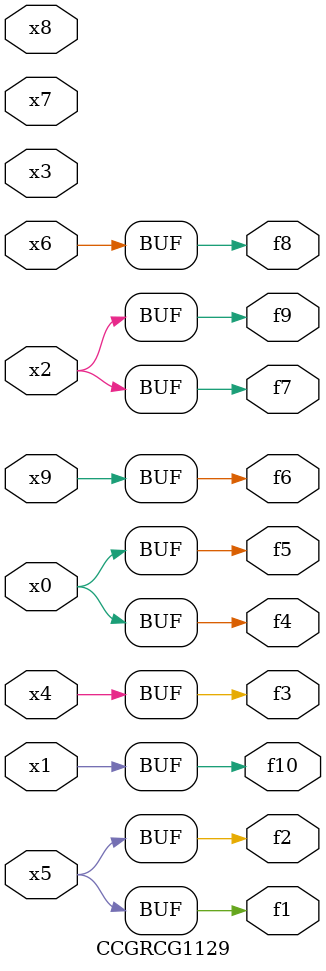
<source format=v>
module CCGRCG1129(
	input x0, x1, x2, x3, x4, x5, x6, x7, x8, x9,
	output f1, f2, f3, f4, f5, f6, f7, f8, f9, f10
);
	assign f1 = x5;
	assign f2 = x5;
	assign f3 = x4;
	assign f4 = x0;
	assign f5 = x0;
	assign f6 = x9;
	assign f7 = x2;
	assign f8 = x6;
	assign f9 = x2;
	assign f10 = x1;
endmodule

</source>
